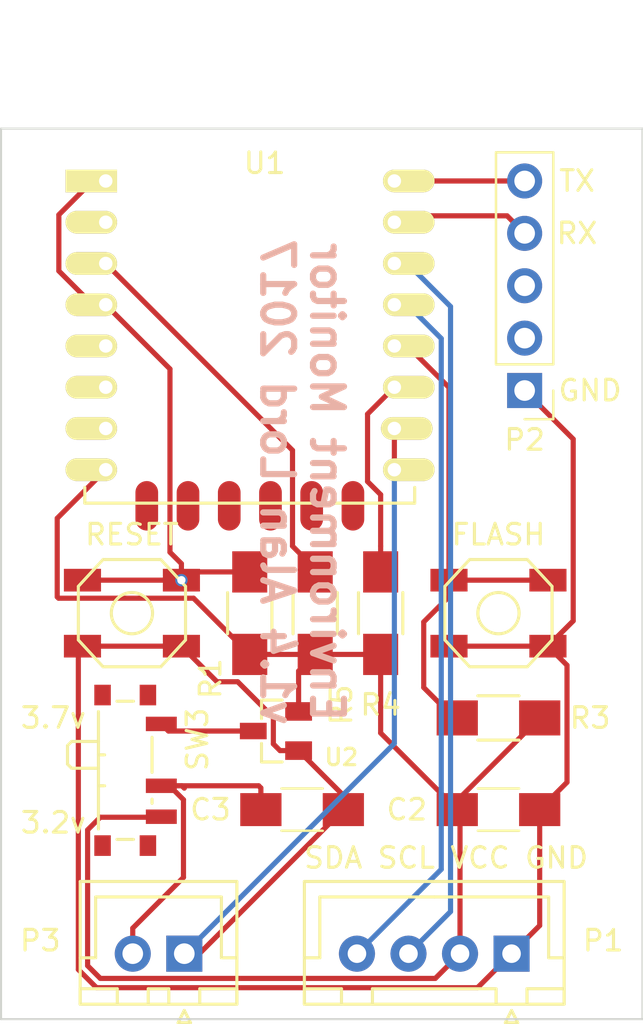
<source format=kicad_pcb>
(kicad_pcb (version 20171130) (host pcbnew "(5.1.12)-1")

  (general
    (thickness 1.6)
    (drawings 13)
    (tracks 109)
    (zones 0)
    (modules 14)
    (nets 13)
  )

  (page A4)
  (title_block
    (title "Environment Monitor")
    (date 2017-02-20)
    (rev V1.4)
    (company "Solderpad Hardware License version 0.51")
    (comment 1 "Contact: alanslists@gmail.com")
    (comment 2 "Author: Alan Lord")
  )

  (layers
    (0 F.Cu signal)
    (31 B.Cu signal)
    (32 B.Adhes user hide)
    (33 F.Adhes user hide)
    (34 B.Paste user hide)
    (35 F.Paste user hide)
    (36 B.SilkS user hide)
    (37 F.SilkS user hide)
    (38 B.Mask user hide)
    (39 F.Mask user hide)
    (40 Dwgs.User user hide)
    (41 Cmts.User user hide)
    (42 Eco1.User user hide)
    (43 Eco2.User user hide)
    (44 Edge.Cuts user)
    (45 Margin user hide)
    (46 B.CrtYd user hide)
    (47 F.CrtYd user hide)
    (48 B.Fab user hide)
    (49 F.Fab user hide)
  )

  (setup
    (last_trace_width 0.25)
    (trace_clearance 0.2)
    (zone_clearance 0.508)
    (zone_45_only yes)
    (trace_min 0.2)
    (via_size 0.6)
    (via_drill 0.4)
    (via_min_size 0.4)
    (via_min_drill 0.3)
    (uvia_size 0.3)
    (uvia_drill 0.1)
    (uvias_allowed no)
    (uvia_min_size 0.2)
    (uvia_min_drill 0.1)
    (edge_width 0.1)
    (segment_width 0.2)
    (pcb_text_width 0.3)
    (pcb_text_size 1.5 1.5)
    (mod_edge_width 0.15)
    (mod_text_size 1 1)
    (mod_text_width 0.15)
    (pad_size 1.5 1.5)
    (pad_drill 0.6)
    (pad_to_mask_clearance 0)
    (aux_axis_origin 0 0)
    (visible_elements 7FFFFFFF)
    (pcbplotparams
      (layerselection 0x00030_80000001)
      (usegerberextensions false)
      (usegerberattributes true)
      (usegerberadvancedattributes true)
      (creategerberjobfile true)
      (excludeedgelayer true)
      (linewidth 0.100000)
      (plotframeref false)
      (viasonmask false)
      (mode 1)
      (useauxorigin false)
      (hpglpennumber 1)
      (hpglpenspeed 20)
      (hpglpendiameter 15.000000)
      (psnegative false)
      (psa4output false)
      (plotreference true)
      (plotvalue true)
      (plotinvisibletext false)
      (padsonsilk false)
      (subtractmaskfromsilk false)
      (outputformat 1)
      (mirror false)
      (drillshape 1)
      (scaleselection 1)
      (outputdirectory ""))
  )

  (net 0 "")
  (net 1 GND)
  (net 2 VCC)
  (net 3 "Net-(C3-Pad1)")
  (net 4 /SCL)
  (net 5 /SDA)
  (net 6 /RXD)
  (net 7 /TXD)
  (net 8 "Net-(R1-Pad2)")
  (net 9 /FLASH)
  (net 10 "Net-(R4-Pad2)")
  (net 11 /CH_EN)
  (net 12 "Net-(SW3-Pad1)")

  (net_class Default "This is the default net class."
    (clearance 0.2)
    (trace_width 0.25)
    (via_dia 0.6)
    (via_drill 0.4)
    (uvia_dia 0.3)
    (uvia_drill 0.1)
    (add_net /CH_EN)
    (add_net /FLASH)
    (add_net /RXD)
    (add_net /SCL)
    (add_net /SDA)
    (add_net /TXD)
    (add_net GND)
    (add_net "Net-(C3-Pad1)")
    (add_net "Net-(R1-Pad2)")
    (add_net "Net-(R4-Pad2)")
    (add_net "Net-(SW3-Pad1)")
    (add_net VCC)
  )

  (module ESP8266:ESP-12E (layer F.Cu) (tedit 559F8D21) (tstamp 58838675)
    (at 123.19 76.2)
    (descr "Module, ESP-8266, ESP-12, 16 pad, SMD")
    (tags "Module ESP-8266 ESP8266")
    (path /5846AA2E)
    (fp_text reference U1 (at 7.7089 -0.8636) (layer F.SilkS)
      (effects (font (size 1 1) (thickness 0.15)))
    )
    (fp_text value ESP-12F (at 8 1) (layer F.Fab)
      (effects (font (size 1 1) (thickness 0.15)))
    )
    (fp_line (start -1.008 -8.4) (end 14.992 -8.4) (layer F.Fab) (width 0.05))
    (fp_line (start -1.008 15.6) (end -1.008 -8.4) (layer F.Fab) (width 0.05))
    (fp_line (start 14.992 15.6) (end -1.008 15.6) (layer F.Fab) (width 0.05))
    (fp_line (start 15 -8.4) (end 15 15.6) (layer F.Fab) (width 0.05))
    (fp_line (start -1.008 -2.6) (end 14.992 -2.6) (layer F.CrtYd) (width 0.1524))
    (fp_line (start -1.008 -8.4) (end 14.992 -2.6) (layer F.CrtYd) (width 0.1524))
    (fp_line (start 14.992 -8.4) (end -1.008 -2.6) (layer F.CrtYd) (width 0.1524))
    (fp_line (start 14.986 15.621) (end 14.986 14.859) (layer F.SilkS) (width 0.1524))
    (fp_line (start -1.016 15.621) (end 14.986 15.621) (layer F.SilkS) (width 0.1524))
    (fp_line (start -1.016 14.859) (end -1.016 15.621) (layer F.SilkS) (width 0.1524))
    (fp_line (start -1.016 -8.382) (end -1.016 -1.016) (layer F.CrtYd) (width 0.1524))
    (fp_line (start 14.986 -8.382) (end 14.986 -0.889) (layer F.CrtYd) (width 0.1524))
    (fp_line (start -1.016 -8.382) (end 14.986 -8.382) (layer F.CrtYd) (width 0.1524))
    (fp_line (start -2.25 16) (end -2.25 -0.5) (layer F.CrtYd) (width 0.05))
    (fp_line (start 16.25 16) (end -2.25 16) (layer F.CrtYd) (width 0.05))
    (fp_line (start 16.25 -8.75) (end 16.25 16) (layer F.CrtYd) (width 0.05))
    (fp_line (start 15.25 -8.75) (end 16.25 -8.75) (layer F.CrtYd) (width 0.05))
    (fp_line (start -2.25 -8.75) (end 15.25 -8.75) (layer F.CrtYd) (width 0.05))
    (fp_line (start -2.25 -0.5) (end -2.25 -8.75) (layer F.CrtYd) (width 0.05))
    (fp_text user "No Copper" (at 6.892 -5.4) (layer F.CrtYd)
      (effects (font (size 1 1) (thickness 0.15)))
    )
    (pad 1 thru_hole rect (at 0 0) (size 2.5 1.1) (drill 0.65 (offset -0.7 0)) (layers *.Cu *.Mask F.SilkS)
      (net 8 "Net-(R1-Pad2)"))
    (pad 2 thru_hole oval (at 0 2) (size 2.5 1.1) (drill 0.65 (offset -0.7 0)) (layers *.Cu *.Mask F.SilkS))
    (pad 3 thru_hole oval (at 0 4) (size 2.5 1.1) (drill 0.65 (offset -0.7 0)) (layers *.Cu *.Mask F.SilkS)
      (net 11 /CH_EN))
    (pad 4 thru_hole oval (at 0 6) (size 2.5 1.1) (drill 0.65 (offset -0.7 0)) (layers *.Cu *.Mask F.SilkS)
      (net 8 "Net-(R1-Pad2)"))
    (pad 5 thru_hole oval (at 0 8) (size 2.5 1.1) (drill 0.65 (offset -0.7 0)) (layers *.Cu *.Mask F.SilkS))
    (pad 6 thru_hole oval (at 0 10) (size 2.5 1.1) (drill 0.65 (offset -0.7 0)) (layers *.Cu *.Mask F.SilkS))
    (pad 7 thru_hole oval (at 0 12) (size 2.5 1.1) (drill 0.65 (offset -0.7 0)) (layers *.Cu *.Mask F.SilkS))
    (pad 8 thru_hole oval (at 0 14) (size 2.5 1.1) (drill 0.65 (offset -0.7 0)) (layers *.Cu *.Mask F.SilkS)
      (net 2 VCC))
    (pad 9 smd oval (at 1.99 15.75 90) (size 2.4 1.1) (layers F.Cu F.Paste F.Mask))
    (pad 10 smd oval (at 3.99 15.75 90) (size 2.4 1.1) (layers F.Cu F.Paste F.Mask))
    (pad 11 smd oval (at 5.99 15.75 90) (size 2.4 1.1) (layers F.Cu F.Paste F.Mask))
    (pad 12 smd oval (at 7.99 15.75 90) (size 2.4 1.1) (layers F.Cu F.Paste F.Mask))
    (pad 13 smd oval (at 9.99 15.75 90) (size 2.4 1.1) (layers F.Cu F.Paste F.Mask))
    (pad 14 smd oval (at 11.99 15.75 90) (size 2.4 1.1) (layers F.Cu F.Paste F.Mask))
    (pad 15 thru_hole oval (at 14 14) (size 2.5 1.1) (drill 0.65 (offset 0.7 0)) (layers *.Cu *.Mask F.SilkS)
      (net 1 GND))
    (pad 16 thru_hole oval (at 14 12) (size 2.5 1.1) (drill 0.65 (offset 0.6 0)) (layers *.Cu *.Mask F.SilkS)
      (net 1 GND))
    (pad 17 thru_hole oval (at 14 10) (size 2.5 1.1) (drill 0.65 (offset 0.7 0)) (layers *.Cu *.Mask F.SilkS)
      (net 10 "Net-(R4-Pad2)"))
    (pad 18 thru_hole oval (at 14 8) (size 2.5 1.1) (drill 0.65 (offset 0.7 0)) (layers *.Cu *.Mask F.SilkS)
      (net 9 /FLASH))
    (pad 19 thru_hole oval (at 14 6) (size 2.5 1.1) (drill 0.65 (offset 0.7 0)) (layers *.Cu *.Mask F.SilkS)
      (net 5 /SDA))
    (pad 20 thru_hole oval (at 14 4) (size 2.5 1.1) (drill 0.65 (offset 0.7 0)) (layers *.Cu *.Mask F.SilkS)
      (net 4 /SCL))
    (pad 21 thru_hole oval (at 14 2) (size 2.5 1.1) (drill 0.65 (offset 0.7 0)) (layers *.Cu *.Mask F.SilkS)
      (net 6 /RXD))
    (pad 22 thru_hole oval (at 14 0) (size 2.5 1.1) (drill 0.65 (offset 0.7 0)) (layers *.Cu *.Mask F.SilkS)
      (net 7 /TXD))
    (model ${ESPLIB}/ESP8266.3dshapes/ESP-12.wrl
      (offset (xyz 1.015999984741211 0 0))
      (scale (xyz 0.3937 0.3937 0.3937))
      (rotate (xyz 0 0 0))
    )
  )

  (module Capacitors_SMD:C_1206_HandSoldering (layer F.Cu) (tedit 58A9A9ED) (tstamp 58838615)
    (at 142.24 106.68)
    (descr "Capacitor SMD 1206, hand soldering")
    (tags "capacitor 1206")
    (path /5846BBC9)
    (attr smd)
    (fp_text reference C2 (at -4.445 0) (layer F.SilkS)
      (effects (font (size 1 1) (thickness 0.15)))
    )
    (fp_text value 10uF (at 0 2.3) (layer F.Fab) hide
      (effects (font (size 1 1) (thickness 0.15)))
    )
    (fp_line (start -1 1.025) (end 1 1.025) (layer F.SilkS) (width 0.12))
    (fp_line (start 1 -1.025) (end -1 -1.025) (layer F.SilkS) (width 0.12))
    (fp_line (start 3.3 -1.15) (end 3.3 1.15) (layer F.CrtYd) (width 0.05))
    (fp_line (start -3.3 -1.15) (end -3.3 1.15) (layer F.CrtYd) (width 0.05))
    (fp_line (start -3.3 1.15) (end 3.3 1.15) (layer F.CrtYd) (width 0.05))
    (fp_line (start -3.3 -1.15) (end 3.3 -1.15) (layer F.CrtYd) (width 0.05))
    (fp_line (start -1.6 -0.8) (end 1.6 -0.8) (layer F.Fab) (width 0.1))
    (fp_line (start 1.6 -0.8) (end 1.6 0.8) (layer F.Fab) (width 0.1))
    (fp_line (start 1.6 0.8) (end -1.6 0.8) (layer F.Fab) (width 0.1))
    (fp_line (start -1.6 0.8) (end -1.6 -0.8) (layer F.Fab) (width 0.1))
    (pad 1 smd rect (at -2 0) (size 2 1.6) (layers F.Cu F.Paste F.Mask)
      (net 2 VCC))
    (pad 2 smd rect (at 2 0) (size 2 1.6) (layers F.Cu F.Paste F.Mask)
      (net 1 GND))
    (model Capacitors_SMD.3dshapes/C_1206_HandSoldering.wrl
      (at (xyz 0 0 0))
      (scale (xyz 1 1 1))
      (rotate (xyz 0 0 0))
    )
  )

  (module Capacitors_SMD:C_1206_HandSoldering (layer F.Cu) (tedit 58A9A9E5) (tstamp 5883861B)
    (at 132.715 106.68)
    (descr "Capacitor SMD 1206, hand soldering")
    (tags "capacitor 1206")
    (path /5883AF7C)
    (attr smd)
    (fp_text reference C3 (at -4.445 0) (layer F.SilkS)
      (effects (font (size 1 1) (thickness 0.15)))
    )
    (fp_text value 1uF (at 0 2.3) (layer F.Fab) hide
      (effects (font (size 1 1) (thickness 0.15)))
    )
    (fp_line (start -1 1.025) (end 1 1.025) (layer F.SilkS) (width 0.12))
    (fp_line (start 1 -1.025) (end -1 -1.025) (layer F.SilkS) (width 0.12))
    (fp_line (start 3.3 -1.15) (end 3.3 1.15) (layer F.CrtYd) (width 0.05))
    (fp_line (start -3.3 -1.15) (end -3.3 1.15) (layer F.CrtYd) (width 0.05))
    (fp_line (start -3.3 1.15) (end 3.3 1.15) (layer F.CrtYd) (width 0.05))
    (fp_line (start -3.3 -1.15) (end 3.3 -1.15) (layer F.CrtYd) (width 0.05))
    (fp_line (start -1.6 -0.8) (end 1.6 -0.8) (layer F.Fab) (width 0.1))
    (fp_line (start 1.6 -0.8) (end 1.6 0.8) (layer F.Fab) (width 0.1))
    (fp_line (start 1.6 0.8) (end -1.6 0.8) (layer F.Fab) (width 0.1))
    (fp_line (start -1.6 0.8) (end -1.6 -0.8) (layer F.Fab) (width 0.1))
    (pad 1 smd rect (at -2 0) (size 2 1.6) (layers F.Cu F.Paste F.Mask)
      (net 3 "Net-(C3-Pad1)"))
    (pad 2 smd rect (at 2 0) (size 2 1.6) (layers F.Cu F.Paste F.Mask)
      (net 1 GND))
    (model Capacitors_SMD.3dshapes/C_1206_HandSoldering.wrl
      (at (xyz 0 0 0))
      (scale (xyz 1 1 1))
      (rotate (xyz 0 0 0))
    )
  )

  (module Connectors_JST:JST_XH_B04B-XH-A_04x2.50mm_Straight (layer F.Cu) (tedit 58A9FFBD) (tstamp 58838623)
    (at 142.875 113.665 180)
    (descr "JST XH series connector, B04B-XH-A, top entry type, through hole")
    (tags "connector jst xh tht top vertical 2.50mm")
    (path /5847C360)
    (fp_text reference P1 (at -4.445 0.635 180) (layer F.SilkS)
      (effects (font (size 1 1) (thickness 0.15)))
    )
    (fp_text value BME280 (at 3.75 4.5 180) (layer F.Fab) hide
      (effects (font (size 1 1) (thickness 0.15)))
    )
    (fp_line (start 0.3 -3.35) (end 0 -2.75) (layer F.SilkS) (width 0.15))
    (fp_line (start -0.3 -3.35) (end 0.3 -3.35) (layer F.SilkS) (width 0.15))
    (fp_line (start 0 -2.75) (end -0.3 -3.35) (layer F.SilkS) (width 0.15))
    (fp_line (start 9.3 2.75) (end 3.75 2.75) (layer F.SilkS) (width 0.15))
    (fp_line (start 9.3 -0.2) (end 9.3 2.75) (layer F.SilkS) (width 0.15))
    (fp_line (start 10.05 -0.2) (end 9.3 -0.2) (layer F.SilkS) (width 0.15))
    (fp_line (start -1.8 2.75) (end 3.75 2.75) (layer F.SilkS) (width 0.15))
    (fp_line (start -1.8 -0.2) (end -1.8 2.75) (layer F.SilkS) (width 0.15))
    (fp_line (start -2.55 -0.2) (end -1.8 -0.2) (layer F.SilkS) (width 0.15))
    (fp_line (start 10.05 -2.45) (end 8.25 -2.45) (layer F.SilkS) (width 0.15))
    (fp_line (start 10.05 -1.7) (end 10.05 -2.45) (layer F.SilkS) (width 0.15))
    (fp_line (start 8.25 -1.7) (end 10.05 -1.7) (layer F.SilkS) (width 0.15))
    (fp_line (start 8.25 -2.45) (end 8.25 -1.7) (layer F.SilkS) (width 0.15))
    (fp_line (start -0.75 -2.45) (end -2.55 -2.45) (layer F.SilkS) (width 0.15))
    (fp_line (start -0.75 -1.7) (end -0.75 -2.45) (layer F.SilkS) (width 0.15))
    (fp_line (start -2.55 -1.7) (end -0.75 -1.7) (layer F.SilkS) (width 0.15))
    (fp_line (start -2.55 -2.45) (end -2.55 -1.7) (layer F.SilkS) (width 0.15))
    (fp_line (start 6.75 -2.45) (end 0.75 -2.45) (layer F.SilkS) (width 0.15))
    (fp_line (start 6.75 -1.7) (end 6.75 -2.45) (layer F.SilkS) (width 0.15))
    (fp_line (start 0.75 -1.7) (end 6.75 -1.7) (layer F.SilkS) (width 0.15))
    (fp_line (start 0.75 -2.45) (end 0.75 -1.7) (layer F.SilkS) (width 0.15))
    (fp_line (start 10.05 -2.45) (end -2.55 -2.45) (layer F.SilkS) (width 0.15))
    (fp_line (start 10.05 3.5) (end 10.05 -2.45) (layer F.SilkS) (width 0.15))
    (fp_line (start -2.55 3.5) (end 10.05 3.5) (layer F.SilkS) (width 0.15))
    (fp_line (start -2.55 -2.45) (end -2.55 3.5) (layer F.SilkS) (width 0.15))
    (fp_line (start 10.4 -2.85) (end -2.95 -2.85) (layer F.CrtYd) (width 0.05))
    (fp_line (start 10.4 3.9) (end 10.4 -2.85) (layer F.CrtYd) (width 0.05))
    (fp_line (start -2.95 3.9) (end 10.4 3.9) (layer F.CrtYd) (width 0.05))
    (fp_line (start -2.95 -2.85) (end -2.95 3.9) (layer F.CrtYd) (width 0.05))
    (pad 1 thru_hole rect (at 0 0 180) (size 1.75 1.75) (drill 0.9) (layers *.Cu *.Mask)
      (net 1 GND))
    (pad 2 thru_hole circle (at 2.5 0 180) (size 1.75 1.75) (drill 0.9) (layers *.Cu *.Mask)
      (net 2 VCC))
    (pad 3 thru_hole circle (at 5 0 180) (size 1.75 1.75) (drill 0.9) (layers *.Cu *.Mask)
      (net 4 /SCL))
    (pad 4 thru_hole circle (at 7.5 0 180) (size 1.75 1.75) (drill 0.9) (layers *.Cu *.Mask)
      (net 5 /SDA))
    (model Connectors_JST.3dshapes/JST_XH_B04B-XH-A_04x2.50mm_Straight.wrl
      (at (xyz 0 0 0))
      (scale (xyz 1 1 1))
      (rotate (xyz 0 0 0))
    )
  )

  (module Connectors_JST:JST_XH_B02B-XH-A_02x2.50mm_Straight (layer F.Cu) (tedit 58A9FFB8) (tstamp 58838633)
    (at 127 113.665 180)
    (descr "JST XH series connector, B02B-XH-A, top entry type, through hole")
    (tags "connector jst xh tht top vertical 2.50mm")
    (path /58475CBA)
    (fp_text reference P3 (at 6.985 0.635 180) (layer F.SilkS)
      (effects (font (size 1 1) (thickness 0.15)))
    )
    (fp_text value PWR (at 1.25 4.5 180) (layer F.Fab) hide
      (effects (font (size 1 1) (thickness 0.15)))
    )
    (fp_line (start 0.3 -3.35) (end 0 -2.75) (layer F.SilkS) (width 0.15))
    (fp_line (start -0.3 -3.35) (end 0.3 -3.35) (layer F.SilkS) (width 0.15))
    (fp_line (start 0 -2.75) (end -0.3 -3.35) (layer F.SilkS) (width 0.15))
    (fp_line (start 4.3 2.75) (end 1.25 2.75) (layer F.SilkS) (width 0.15))
    (fp_line (start 4.3 -0.2) (end 4.3 2.75) (layer F.SilkS) (width 0.15))
    (fp_line (start 5.05 -0.2) (end 4.3 -0.2) (layer F.SilkS) (width 0.15))
    (fp_line (start -1.8 2.75) (end 1.25 2.75) (layer F.SilkS) (width 0.15))
    (fp_line (start -1.8 -0.2) (end -1.8 2.75) (layer F.SilkS) (width 0.15))
    (fp_line (start -2.55 -0.2) (end -1.8 -0.2) (layer F.SilkS) (width 0.15))
    (fp_line (start 5.05 -2.45) (end 3.25 -2.45) (layer F.SilkS) (width 0.15))
    (fp_line (start 5.05 -1.7) (end 5.05 -2.45) (layer F.SilkS) (width 0.15))
    (fp_line (start 3.25 -1.7) (end 5.05 -1.7) (layer F.SilkS) (width 0.15))
    (fp_line (start 3.25 -2.45) (end 3.25 -1.7) (layer F.SilkS) (width 0.15))
    (fp_line (start -0.75 -2.45) (end -2.55 -2.45) (layer F.SilkS) (width 0.15))
    (fp_line (start -0.75 -1.7) (end -0.75 -2.45) (layer F.SilkS) (width 0.15))
    (fp_line (start -2.55 -1.7) (end -0.75 -1.7) (layer F.SilkS) (width 0.15))
    (fp_line (start -2.55 -2.45) (end -2.55 -1.7) (layer F.SilkS) (width 0.15))
    (fp_line (start 1.75 -2.45) (end 0.75 -2.45) (layer F.SilkS) (width 0.15))
    (fp_line (start 1.75 -1.7) (end 1.75 -2.45) (layer F.SilkS) (width 0.15))
    (fp_line (start 0.75 -1.7) (end 1.75 -1.7) (layer F.SilkS) (width 0.15))
    (fp_line (start 0.75 -2.45) (end 0.75 -1.7) (layer F.SilkS) (width 0.15))
    (fp_line (start 5.05 -2.45) (end -2.55 -2.45) (layer F.SilkS) (width 0.15))
    (fp_line (start 5.05 3.5) (end 5.05 -2.45) (layer F.SilkS) (width 0.15))
    (fp_line (start -2.55 3.5) (end 5.05 3.5) (layer F.SilkS) (width 0.15))
    (fp_line (start -2.55 -2.45) (end -2.55 3.5) (layer F.SilkS) (width 0.15))
    (fp_line (start 5.45 -2.85) (end -2.95 -2.85) (layer F.CrtYd) (width 0.05))
    (fp_line (start 5.45 3.9) (end 5.45 -2.85) (layer F.CrtYd) (width 0.05))
    (fp_line (start -2.95 3.9) (end 5.45 3.9) (layer F.CrtYd) (width 0.05))
    (fp_line (start -2.95 -2.85) (end -2.95 3.9) (layer F.CrtYd) (width 0.05))
    (pad 1 thru_hole rect (at 0 0 180) (size 1.75 1.75) (drill 1) (layers *.Cu *.Mask)
      (net 1 GND))
    (pad 2 thru_hole circle (at 2.5 0 180) (size 1.75 1.75) (drill 1) (layers *.Cu *.Mask)
      (net 3 "Net-(C3-Pad1)"))
    (model Connectors_JST.3dshapes/JST_XH_B02B-XH-A_02x2.50mm_Straight.wrl
      (at (xyz 0 0 0))
      (scale (xyz 1 1 1))
      (rotate (xyz 0 0 0))
    )
  )

  (module Resistors_SMD:R_1206_HandSoldering (layer F.Cu) (tedit 58AB325A) (tstamp 58838639)
    (at 130.175 97.155 90)
    (descr "Resistor SMD 1206, hand soldering")
    (tags "resistor 1206")
    (path /5846BA46)
    (attr smd)
    (fp_text reference R1 (at -3.175 -1.905 90) (layer F.SilkS)
      (effects (font (size 1 1) (thickness 0.15)))
    )
    (fp_text value 4.7k (at 0 2.3 90) (layer F.Fab) hide
      (effects (font (size 1 1) (thickness 0.15)))
    )
    (fp_line (start -1 -1.075) (end 1 -1.075) (layer F.SilkS) (width 0.15))
    (fp_line (start 1 1.075) (end -1 1.075) (layer F.SilkS) (width 0.15))
    (fp_line (start 3.3 -1.2) (end 3.3 1.2) (layer F.CrtYd) (width 0.05))
    (fp_line (start -3.3 -1.2) (end -3.3 1.2) (layer F.CrtYd) (width 0.05))
    (fp_line (start -3.3 1.2) (end 3.3 1.2) (layer F.CrtYd) (width 0.05))
    (fp_line (start -3.3 -1.2) (end 3.3 -1.2) (layer F.CrtYd) (width 0.05))
    (fp_line (start -1.6 -0.8) (end 1.6 -0.8) (layer F.Fab) (width 0.1))
    (fp_line (start 1.6 -0.8) (end 1.6 0.8) (layer F.Fab) (width 0.1))
    (fp_line (start 1.6 0.8) (end -1.6 0.8) (layer F.Fab) (width 0.1))
    (fp_line (start -1.6 0.8) (end -1.6 -0.8) (layer F.Fab) (width 0.1))
    (pad 1 smd rect (at -2 0 90) (size 2 1.7) (layers F.Cu F.Paste F.Mask)
      (net 2 VCC))
    (pad 2 smd rect (at 2 0 90) (size 2 1.7) (layers F.Cu F.Paste F.Mask)
      (net 8 "Net-(R1-Pad2)"))
    (model Resistors_SMD.3dshapes/R_1206_HandSoldering.wrl
      (at (xyz 0 0 0))
      (scale (xyz 1 1 1))
      (rotate (xyz 0 0 0))
    )
  )

  (module Resistors_SMD:R_1206_HandSoldering (layer F.Cu) (tedit 58AB3224) (tstamp 58838645)
    (at 142.24 102.235 180)
    (descr "Resistor SMD 1206, hand soldering")
    (tags "resistor 1206")
    (path /5846BADA)
    (attr smd)
    (fp_text reference R3 (at -4.445 0) (layer F.SilkS)
      (effects (font (size 1 1) (thickness 0.15)))
    )
    (fp_text value 4.7k (at 0 2.3 180) (layer F.Fab) hide
      (effects (font (size 1 1) (thickness 0.15)))
    )
    (fp_line (start -1 -1.075) (end 1 -1.075) (layer F.SilkS) (width 0.15))
    (fp_line (start 1 1.075) (end -1 1.075) (layer F.SilkS) (width 0.15))
    (fp_line (start 3.3 -1.2) (end 3.3 1.2) (layer F.CrtYd) (width 0.05))
    (fp_line (start -3.3 -1.2) (end -3.3 1.2) (layer F.CrtYd) (width 0.05))
    (fp_line (start -3.3 1.2) (end 3.3 1.2) (layer F.CrtYd) (width 0.05))
    (fp_line (start -3.3 -1.2) (end 3.3 -1.2) (layer F.CrtYd) (width 0.05))
    (fp_line (start -1.6 -0.8) (end 1.6 -0.8) (layer F.Fab) (width 0.1))
    (fp_line (start 1.6 -0.8) (end 1.6 0.8) (layer F.Fab) (width 0.1))
    (fp_line (start 1.6 0.8) (end -1.6 0.8) (layer F.Fab) (width 0.1))
    (fp_line (start -1.6 0.8) (end -1.6 -0.8) (layer F.Fab) (width 0.1))
    (pad 1 smd rect (at -2 0 180) (size 2 1.7) (layers F.Cu F.Paste F.Mask)
      (net 2 VCC))
    (pad 2 smd rect (at 2 0 180) (size 2 1.7) (layers F.Cu F.Paste F.Mask)
      (net 9 /FLASH))
    (model Resistors_SMD.3dshapes/R_1206_HandSoldering.wrl
      (at (xyz 0 0 0))
      (scale (xyz 1 1 1))
      (rotate (xyz 0 0 0))
    )
  )

  (module Resistors_SMD:R_1206_HandSoldering (layer F.Cu) (tedit 58AB3228) (tstamp 5883864B)
    (at 136.525 97.155 90)
    (descr "Resistor SMD 1206, hand soldering")
    (tags "resistor 1206")
    (path /587D4AC7)
    (attr smd)
    (fp_text reference R4 (at -4.445 0 180) (layer F.SilkS)
      (effects (font (size 1 1) (thickness 0.15)))
    )
    (fp_text value 4.7k (at 0 2.3 90) (layer F.Fab) hide
      (effects (font (size 1 1) (thickness 0.15)))
    )
    (fp_line (start -1 -1.075) (end 1 -1.075) (layer F.SilkS) (width 0.15))
    (fp_line (start 1 1.075) (end -1 1.075) (layer F.SilkS) (width 0.15))
    (fp_line (start 3.3 -1.2) (end 3.3 1.2) (layer F.CrtYd) (width 0.05))
    (fp_line (start -3.3 -1.2) (end -3.3 1.2) (layer F.CrtYd) (width 0.05))
    (fp_line (start -3.3 1.2) (end 3.3 1.2) (layer F.CrtYd) (width 0.05))
    (fp_line (start -3.3 -1.2) (end 3.3 -1.2) (layer F.CrtYd) (width 0.05))
    (fp_line (start -1.6 -0.8) (end 1.6 -0.8) (layer F.Fab) (width 0.1))
    (fp_line (start 1.6 -0.8) (end 1.6 0.8) (layer F.Fab) (width 0.1))
    (fp_line (start 1.6 0.8) (end -1.6 0.8) (layer F.Fab) (width 0.1))
    (fp_line (start -1.6 0.8) (end -1.6 -0.8) (layer F.Fab) (width 0.1))
    (pad 1 smd rect (at -2 0 90) (size 2 1.7) (layers F.Cu F.Paste F.Mask)
      (net 2 VCC))
    (pad 2 smd rect (at 2 0 90) (size 2 1.7) (layers F.Cu F.Paste F.Mask)
      (net 10 "Net-(R4-Pad2)"))
    (model Resistors_SMD.3dshapes/R_1206_HandSoldering.wrl
      (at (xyz 0 0 0))
      (scale (xyz 1 1 1))
      (rotate (xyz 0 0 0))
    )
  )

  (module switches:SKQGAFE010_Switch (layer F.Cu) (tedit 58AB2C21) (tstamp 58838653)
    (at 124.46 97.155 180)
    (descr "SKQGAFE010 SMD Mount Tactile Switch")
    (path /584BD18E)
    (attr smd)
    (fp_text reference SW1 (at 0 3.81 180) (layer F.SilkS) hide
      (effects (font (size 1 1) (thickness 0.15)))
    )
    (fp_text value RESET (at 0 3.81 180) (layer F.SilkS)
      (effects (font (size 1 1) (thickness 0.15)))
    )
    (fp_circle (center 0 0) (end 1 0) (layer F.SilkS) (width 0.15))
    (fp_line (start 1.4 2.6) (end -1.4 2.6) (layer F.SilkS) (width 0.15))
    (fp_line (start 1.4 -2.6) (end -1.4 -2.6) (layer F.SilkS) (width 0.15))
    (fp_line (start 2.6 1.3) (end 2.6 -1.3) (layer F.SilkS) (width 0.15))
    (fp_line (start -2.6 1.3) (end -2.6 -1.3) (layer F.SilkS) (width 0.15))
    (fp_line (start -1.4 -2.6) (end -2.6 -1.3) (layer F.SilkS) (width 0.15))
    (fp_line (start 2.6 1.3) (end 1.4 2.6) (layer F.SilkS) (width 0.15))
    (fp_line (start 1.4 -2.6) (end 2.6 -1.3) (layer F.SilkS) (width 0.15))
    (fp_line (start -2.6 1.3) (end -1.4 2.6) (layer F.SilkS) (width 0.15))
    (pad 3 smd rect (at -2.4 1.6 180) (size 1.8 1.1) (layers F.Cu F.Paste F.Mask)
      (net 8 "Net-(R1-Pad2)"))
    (pad 1 smd rect (at -2.4 -1.6 180) (size 1.8 1.1) (layers F.Cu F.Paste F.Mask)
      (net 1 GND))
    (pad 2 smd rect (at 2.4 -1.6 180) (size 1.8 1.1) (layers F.Cu F.Paste F.Mask)
      (net 1 GND))
    (pad 4 smd rect (at 2.4 1.6 180) (size 1.8 1.1) (layers F.Cu F.Paste F.Mask)
      (net 8 "Net-(R1-Pad2)"))
  )

  (module switches:SKQGAFE010_Switch (layer F.Cu) (tedit 58AB2AA5) (tstamp 5883865B)
    (at 142.24 97.155)
    (descr "SKQGAFE010 SMD Mount Tactile Switch")
    (path /584BE1E9)
    (attr smd)
    (fp_text reference SW2 (at 0 3.81) (layer F.SilkS) hide
      (effects (font (size 1 1) (thickness 0.15)))
    )
    (fp_text value FLASH (at 0 -3.81) (layer F.SilkS)
      (effects (font (size 1 1) (thickness 0.15)))
    )
    (fp_circle (center 0 0) (end 1 0) (layer F.SilkS) (width 0.15))
    (fp_line (start 1.4 2.6) (end -1.4 2.6) (layer F.SilkS) (width 0.15))
    (fp_line (start 1.4 -2.6) (end -1.4 -2.6) (layer F.SilkS) (width 0.15))
    (fp_line (start 2.6 1.3) (end 2.6 -1.3) (layer F.SilkS) (width 0.15))
    (fp_line (start -2.6 1.3) (end -2.6 -1.3) (layer F.SilkS) (width 0.15))
    (fp_line (start -1.4 -2.6) (end -2.6 -1.3) (layer F.SilkS) (width 0.15))
    (fp_line (start 2.6 1.3) (end 1.4 2.6) (layer F.SilkS) (width 0.15))
    (fp_line (start 1.4 -2.6) (end 2.6 -1.3) (layer F.SilkS) (width 0.15))
    (fp_line (start -2.6 1.3) (end -1.4 2.6) (layer F.SilkS) (width 0.15))
    (pad 3 smd rect (at -2.4 1.6) (size 1.8 1.1) (layers F.Cu F.Paste F.Mask)
      (net 1 GND))
    (pad 1 smd rect (at -2.4 -1.6) (size 1.8 1.1) (layers F.Cu F.Paste F.Mask)
      (net 9 /FLASH))
    (pad 2 smd rect (at 2.4 -1.6) (size 1.8 1.1) (layers F.Cu F.Paste F.Mask)
      (net 9 /FLASH))
    (pad 4 smd rect (at 2.4 1.6) (size 1.8 1.1) (layers F.Cu F.Paste F.Mask)
      (net 1 GND))
  )

  (module smd-semi:SOT-23 (layer F.Cu) (tedit 58AB3251) (tstamp 5883867C)
    (at 131.445 102.87 180)
    (path /586AB742)
    (attr smd)
    (fp_text reference U2 (at -3.175 -1.27 180) (layer F.SilkS)
      (effects (font (size 0.8 0.8) (thickness 0.15)))
    )
    (fp_text value MCP1700T (at 0 0 180) (layer F.Fab) hide
      (effects (font (size 0.8 0.8) (thickness 0.15)))
    )
    (fp_line (start -0.7 1.5) (end -0.7 -1.5) (layer F.Fab) (width 0.15))
    (fp_line (start 0.7 1.5) (end -0.7 1.5) (layer F.Fab) (width 0.15))
    (fp_line (start 0.7 -1.5) (end 0.7 1.5) (layer F.Fab) (width 0.15))
    (fp_line (start -0.7 -1.5) (end 0.7 -1.5) (layer F.Fab) (width 0.15))
    (fp_line (start 0.7 -1.5) (end 0.7 -0.6) (layer F.SilkS) (width 0.15))
    (fp_line (start -0.3 -1.5) (end 0.7 -1.5) (layer F.SilkS) (width 0.15))
    (fp_line (start 0.7 1.5) (end -0.3 1.5) (layer F.SilkS) (width 0.15))
    (fp_line (start 0.7 0.6) (end 0.7 1.5) (layer F.SilkS) (width 0.15))
    (fp_line (start -2 1.75) (end -2 -1.75) (layer F.CrtYd) (width 0.15))
    (fp_line (start 2 1.75) (end -2 1.75) (layer F.CrtYd) (width 0.15))
    (fp_line (start 2 -1.75) (end 2 1.75) (layer F.CrtYd) (width 0.15))
    (fp_line (start -2 -1.75) (end 2 -1.75) (layer F.CrtYd) (width 0.15))
    (pad 1 smd rect (at -1.1 -0.95 180) (size 1.3 0.9) (layers F.Cu F.Paste F.Mask)
      (net 1 GND))
    (pad 2 smd rect (at -1.1 0.95 180) (size 1.3 0.9) (layers F.Cu F.Paste F.Mask)
      (net 2 VCC))
    (pad 3 smd rect (at 1.1 0 180) (size 1.3 0.8) (layers F.Cu F.Paste F.Mask)
      (net 12 "Net-(SW3-Pad1)"))
    (model smd_trans/sot23.wrl
      (at (xyz 0 0 0))
      (scale (xyz 1 1 1))
      (rotate (xyz 0 0 90))
    )
  )

  (module Resistors_SMD:R_1206_HandSoldering (layer F.Cu) (tedit 58AB324C) (tstamp 58A9A8F7)
    (at 133.35 97.155 90)
    (descr "Resistor SMD 1206, hand soldering")
    (tags "resistor 1206")
    (path /58A9C056)
    (attr smd)
    (fp_text reference R5 (at -4.445 1.27 90) (layer F.SilkS)
      (effects (font (size 1 1) (thickness 0.15)))
    )
    (fp_text value 4.7k (at 0 2.3 90) (layer F.Fab) hide
      (effects (font (size 1 1) (thickness 0.15)))
    )
    (fp_line (start -1 -1.075) (end 1 -1.075) (layer F.SilkS) (width 0.15))
    (fp_line (start 1 1.075) (end -1 1.075) (layer F.SilkS) (width 0.15))
    (fp_line (start 3.3 -1.2) (end 3.3 1.2) (layer F.CrtYd) (width 0.05))
    (fp_line (start -3.3 -1.2) (end -3.3 1.2) (layer F.CrtYd) (width 0.05))
    (fp_line (start -3.3 1.2) (end 3.3 1.2) (layer F.CrtYd) (width 0.05))
    (fp_line (start -3.3 -1.2) (end 3.3 -1.2) (layer F.CrtYd) (width 0.05))
    (fp_line (start -1.6 -0.8) (end 1.6 -0.8) (layer F.Fab) (width 0.1))
    (fp_line (start 1.6 -0.8) (end 1.6 0.8) (layer F.Fab) (width 0.1))
    (fp_line (start 1.6 0.8) (end -1.6 0.8) (layer F.Fab) (width 0.1))
    (fp_line (start -1.6 0.8) (end -1.6 -0.8) (layer F.Fab) (width 0.1))
    (pad 1 smd rect (at -2 0 90) (size 2 1.7) (layers F.Cu F.Paste F.Mask)
      (net 2 VCC))
    (pad 2 smd rect (at 2 0 90) (size 2 1.7) (layers F.Cu F.Paste F.Mask)
      (net 11 /CH_EN))
    (model Resistors_SMD.3dshapes/R_1206_HandSoldering.wrl
      (at (xyz 0 0 0))
      (scale (xyz 1 1 1))
      (rotate (xyz 0 0 0))
    )
  )

  (module switches:SW_SPDT_PCM12 (layer F.Cu) (tedit 58A9F962) (tstamp 58A9A904)
    (at 124.46 104.775 270)
    (descr "Ultraminiature Surface Mount Slide Switch")
    (path /58A9F6E0)
    (attr smd)
    (fp_text reference SW3 (at -1.5 -3.175 270) (layer F.SilkS)
      (effects (font (size 1 1) (thickness 0.15)))
    )
    (fp_text value Switch_SPDT_x2 (at 0 4.25 270) (layer F.Fab) hide
      (effects (font (size 1 1) (thickness 0.15)))
    )
    (fp_line (start 3.35 0.725) (end 3.35 -0.075) (layer F.SilkS) (width 0.15))
    (fp_line (start -3.35 -0.075) (end -3.35 0.725) (layer F.SilkS) (width 0.15))
    (fp_line (start -1.6 -0.975) (end 0.1 -0.975) (layer F.SilkS) (width 0.15))
    (fp_line (start -2.85 1.625) (end 2.85 1.625) (layer F.SilkS) (width 0.15))
    (fp_line (start -0.1 2.925) (end -0.1 1.625) (layer F.SilkS) (width 0.15))
    (fp_line (start -1.2 3.125) (end -0.3 3.125) (layer F.SilkS) (width 0.15))
    (fp_line (start -1.4 1.625) (end -1.4 2.925) (layer F.SilkS) (width 0.15))
    (fp_line (start -0.1 2.925) (end -0.3 3.125) (layer F.SilkS) (width 0.15))
    (fp_line (start -1.4 2.925) (end -1.2 3.125) (layer F.SilkS) (width 0.15))
    (fp_line (start -4.4 2.1) (end -4.4 -2.45) (layer F.CrtYd) (width 0.05))
    (fp_line (start -1.65 2.1) (end -4.4 2.1) (layer F.CrtYd) (width 0.05))
    (fp_line (start -1.65 3.4) (end -1.65 2.1) (layer F.CrtYd) (width 0.05))
    (fp_line (start 1.65 3.4) (end -1.65 3.4) (layer F.CrtYd) (width 0.05))
    (fp_line (start 1.65 2.1) (end 1.65 3.4) (layer F.CrtYd) (width 0.05))
    (fp_line (start 4.4 2.1) (end 1.65 2.1) (layer F.CrtYd) (width 0.05))
    (fp_line (start 4.4 -2.45) (end 4.4 2.1) (layer F.CrtYd) (width 0.05))
    (fp_line (start -4.4 -2.45) (end 4.4 -2.45) (layer F.CrtYd) (width 0.05))
    (fp_line (start 1.4 -0.975) (end 1.6 -0.975) (layer F.SilkS) (width 0.15))
    (fp_line (start -0.75 1.325) (end -0.75 1.625) (layer F.SilkS) (width 0.15))
    (fp_line (start 0.75 1.325) (end 0.75 1.625) (layer F.SilkS) (width 0.15))
    (pad "" np_thru_hole circle (at -1.5 0.325 270) (size 0.9 0.9) (drill 0.9) (layers *.Cu *.Mask))
    (pad "" np_thru_hole circle (at 1.5 0.325 270) (size 0.9 0.9) (drill 0.9) (layers *.Cu *.Mask))
    (pad 1 smd rect (at -2.25 -1.425 270) (size 0.7 1.5) (layers F.Cu F.Paste F.Mask)
      (net 12 "Net-(SW3-Pad1)"))
    (pad 2 smd rect (at 0.75 -1.425 270) (size 0.7 1.5) (layers F.Cu F.Paste F.Mask)
      (net 3 "Net-(C3-Pad1)"))
    (pad 3 smd rect (at 2.25 -1.425 270) (size 0.7 1.5) (layers F.Cu F.Paste F.Mask)
      (net 2 VCC))
    (pad "" smd rect (at -3.65 1.425 270) (size 1 0.8) (layers F.Cu F.Paste F.Mask))
    (pad "" smd rect (at 3.65 1.425 270) (size 1 0.8) (layers F.Cu F.Paste F.Mask))
    (pad "" smd rect (at 3.65 -0.775 270) (size 1 0.8) (layers F.Cu F.Paste F.Mask))
    (pad "" smd rect (at -3.65 -0.775 270) (size 1 0.8) (layers F.Cu F.Paste F.Mask))
  )

  (module Pin_Headers:Pin_Header_Straight_1x05_Pitch2.54mm (layer F.Cu) (tedit 58A9F7F5) (tstamp 58A9F81A)
    (at 143.51 86.36 180)
    (descr "Through hole straight pin header, 1x05, 2.54mm pitch, single row")
    (tags "Through hole pin header THT 1x05 2.54mm single row")
    (path /58AA061D)
    (fp_text reference P2 (at 0 -2.39 180) (layer F.SilkS)
      (effects (font (size 1 1) (thickness 0.15)))
    )
    (fp_text value SERIAL (at 0 12.55 180) (layer F.Fab) hide
      (effects (font (size 1 1) (thickness 0.15)))
    )
    (fp_line (start 1.6 -1.6) (end -1.6 -1.6) (layer F.CrtYd) (width 0.05))
    (fp_line (start 1.6 11.7) (end 1.6 -1.6) (layer F.CrtYd) (width 0.05))
    (fp_line (start -1.6 11.7) (end 1.6 11.7) (layer F.CrtYd) (width 0.05))
    (fp_line (start -1.6 -1.6) (end -1.6 11.7) (layer F.CrtYd) (width 0.05))
    (fp_line (start -1.39 -1.39) (end 0 -1.39) (layer F.SilkS) (width 0.12))
    (fp_line (start -1.39 0) (end -1.39 -1.39) (layer F.SilkS) (width 0.12))
    (fp_line (start 1.39 1.27) (end -1.39 1.27) (layer F.SilkS) (width 0.12))
    (fp_line (start 1.39 11.55) (end 1.39 1.27) (layer F.SilkS) (width 0.12))
    (fp_line (start -1.39 11.55) (end 1.39 11.55) (layer F.SilkS) (width 0.12))
    (fp_line (start -1.39 1.27) (end -1.39 11.55) (layer F.SilkS) (width 0.12))
    (fp_line (start 1.27 -1.27) (end -1.27 -1.27) (layer F.Fab) (width 0.1))
    (fp_line (start 1.27 11.43) (end 1.27 -1.27) (layer F.Fab) (width 0.1))
    (fp_line (start -1.27 11.43) (end 1.27 11.43) (layer F.Fab) (width 0.1))
    (fp_line (start -1.27 -1.27) (end -1.27 11.43) (layer F.Fab) (width 0.1))
    (pad 1 thru_hole rect (at 0 0 180) (size 1.7 1.7) (drill 1) (layers *.Cu *.Mask)
      (net 1 GND))
    (pad 2 thru_hole oval (at 0 2.54 180) (size 1.7 1.7) (drill 1) (layers *.Cu *.Mask))
    (pad 3 thru_hole oval (at 0 5.08 180) (size 1.7 1.7) (drill 1) (layers *.Cu *.Mask))
    (pad 4 thru_hole oval (at 0 7.62 180) (size 1.7 1.7) (drill 1) (layers *.Cu *.Mask)
      (net 6 /RXD))
    (pad 5 thru_hole oval (at 0 10.16 180) (size 1.7 1.7) (drill 1) (layers *.Cu *.Mask)
      (net 7 /TXD))
    (model Pin_Headers.3dshapes/Pin_Header_Straight_1x05_Pitch2.54mm.wrl
      (offset (xyz 0 -5.079999923706055 0))
      (scale (xyz 1 1 1))
      (rotate (xyz 0 0 90))
    )
  )

  (dimension 43.18 (width 0.3) (layer Dwgs.User)
    (gr_text "43.180 mm" (at 154.86 95.25 270) (layer Dwgs.User)
      (effects (font (size 1.5 1.5) (thickness 0.3)))
    )
    (feature1 (pts (xy 162.56 116.84) (xy 153.51 116.84)))
    (feature2 (pts (xy 162.56 73.66) (xy 153.51 73.66)))
    (crossbar (pts (xy 156.21 73.66) (xy 156.21 116.84)))
    (arrow1a (pts (xy 156.21 116.84) (xy 155.623579 115.713496)))
    (arrow1b (pts (xy 156.21 116.84) (xy 156.796421 115.713496)))
    (arrow2a (pts (xy 156.21 73.66) (xy 155.623579 74.786504)))
    (arrow2b (pts (xy 156.21 73.66) (xy 156.796421 74.786504)))
  )
  (dimension 31.115 (width 0.3) (layer Dwgs.User)
    (gr_text "31.115 mm" (at 133.6675 64.215) (layer Dwgs.User)
      (effects (font (size 1.5 1.5) (thickness 0.3)))
    )
    (feature1 (pts (xy 149.225 60.96) (xy 149.225 65.565)))
    (feature2 (pts (xy 118.11 60.96) (xy 118.11 65.565)))
    (crossbar (pts (xy 118.11 62.865) (xy 149.225 62.865)))
    (arrow1a (pts (xy 149.225 62.865) (xy 148.098496 63.451421)))
    (arrow1b (pts (xy 149.225 62.865) (xy 148.098496 62.278579)))
    (arrow2a (pts (xy 118.11 62.865) (xy 119.236504 63.451421)))
    (arrow2b (pts (xy 118.11 62.865) (xy 119.236504 62.278579)))
  )
  (gr_line (start 118.11 116.84) (end 118.11 73.66) (layer Edge.Cuts) (width 0.1))
  (gr_line (start 149.225 73.66) (end 149.225 116.84) (layer Edge.Cuts) (width 0.1))
  (gr_line (start 149.225 116.84) (end 118.11 116.84) (layer Edge.Cuts) (width 0.1))
  (gr_line (start 149.225 73.66) (end 118.11 73.66) (layer Edge.Cuts) (width 0.1))
  (gr_text "Environment Monitor\nv1.4 Alan Lord 2017" (at 132.715 90.805 270) (layer B.SilkS)
    (effects (font (size 1.5 1.5) (thickness 0.3)) (justify mirror))
  )
  (gr_text 3.2v (at 120.65 107.315) (layer F.SilkS)
    (effects (font (size 1 1) (thickness 0.15)))
  )
  (gr_text 3.7v (at 120.65 102.235) (layer F.SilkS)
    (effects (font (size 1 1) (thickness 0.15)))
  )
  (gr_text GND (at 146.685 86.36) (layer F.SilkS) (tstamp 58AA0160)
    (effects (font (size 1 1) (thickness 0.15)))
  )
  (gr_text RX (at 146.05 78.74) (layer F.SilkS)
    (effects (font (size 1 1) (thickness 0.15)))
  )
  (gr_text TX (at 146.05 76.2) (layer F.SilkS)
    (effects (font (size 1 1) (thickness 0.15)))
  )
  (gr_text "SDA SCL VCC GND" (at 139.7 109.02) (layer F.SilkS)
    (effects (font (size 1 1) (thickness 0.15)))
  )

  (segment (start 137.19 88.2) (end 137.19 90.2) (width 0.25) (layer F.Cu) (net 1))
  (segment (start 122.06 98.755) (end 126.86 98.755) (width 0.25) (layer F.Cu) (net 1))
  (segment (start 127.73 113.665) (end 134.715 106.68) (width 0.25) (layer F.Cu) (net 1))
  (segment (start 127 113.665) (end 127.73 113.665) (width 0.25) (layer F.Cu) (net 1))
  (segment (start 134.715 105.99) (end 132.545 103.82) (width 0.25) (layer F.Cu) (net 1))
  (segment (start 134.715 106.68) (end 134.715 105.99) (width 0.25) (layer F.Cu) (net 1))
  (segment (start 128.585001 100.480001) (end 126.86 98.755) (width 0.25) (layer F.Cu) (net 1))
  (segment (start 129.590003 100.480001) (end 128.585001 100.480001) (width 0.25) (layer F.Cu) (net 1))
  (segment (start 131.320001 103.495001) (end 131.320001 102.209999) (width 0.25) (layer F.Cu) (net 1))
  (segment (start 131.320001 102.209999) (end 129.590003 100.480001) (width 0.25) (layer F.Cu) (net 1))
  (segment (start 131.645 103.82) (end 131.320001 103.495001) (width 0.25) (layer F.Cu) (net 1))
  (segment (start 132.545 103.82) (end 131.645 103.82) (width 0.25) (layer F.Cu) (net 1))
  (segment (start 139.84 98.755) (end 144.64 98.755) (width 0.25) (layer F.Cu) (net 1))
  (segment (start 144.24 112.3) (end 142.875 113.665) (width 0.25) (layer F.Cu) (net 1))
  (segment (start 144.24 106.68) (end 144.24 112.3) (width 0.25) (layer F.Cu) (net 1))
  (segment (start 145.565001 99.680001) (end 144.64 98.755) (width 0.25) (layer F.Cu) (net 1))
  (segment (start 145.565001 105.354999) (end 145.565001 99.680001) (width 0.25) (layer F.Cu) (net 1))
  (segment (start 144.24 106.68) (end 145.565001 105.354999) (width 0.25) (layer F.Cu) (net 1))
  (segment (start 145.865001 88.715001) (end 143.51 86.36) (width 0.25) (layer F.Cu) (net 1))
  (segment (start 145.865001 97.529999) (end 145.865001 88.715001) (width 0.25) (layer F.Cu) (net 1))
  (segment (start 144.64 98.755) (end 145.865001 97.529999) (width 0.25) (layer F.Cu) (net 1))
  (segment (start 137.19 103.475) (end 127 113.665) (width 0.25) (layer B.Cu) (net 1))
  (segment (start 137.19 90.2) (end 137.19 103.475) (width 0.25) (layer B.Cu) (net 1))
  (segment (start 141.224989 115.315011) (end 142.875 113.665) (width 0.25) (layer F.Cu) (net 1))
  (segment (start 122.740561 115.315011) (end 141.224989 115.315011) (width 0.25) (layer F.Cu) (net 1))
  (segment (start 121.85999 114.43444) (end 122.740561 115.315011) (width 0.25) (layer F.Cu) (net 1))
  (segment (start 121.859989 98.955011) (end 121.85999 114.43444) (width 0.25) (layer F.Cu) (net 1))
  (segment (start 122.06 98.755) (end 121.859989 98.955011) (width 0.25) (layer F.Cu) (net 1))
  (segment (start 130.175 99.155) (end 133.35 99.155) (width 0.25) (layer F.Cu) (net 2))
  (segment (start 133.35 99.155) (end 136.525 99.155) (width 0.25) (layer F.Cu) (net 2))
  (segment (start 120.834999 92.555001) (end 123.19 90.2) (width 0.25) (layer F.Cu) (net 2))
  (segment (start 120.834999 96.365001) (end 120.834999 92.555001) (width 0.25) (layer F.Cu) (net 2))
  (segment (start 120.899999 96.430001) (end 120.834999 96.365001) (width 0.25) (layer F.Cu) (net 2))
  (segment (start 127.450001 96.430001) (end 120.899999 96.430001) (width 0.25) (layer F.Cu) (net 2))
  (segment (start 130.175 99.155) (end 127.450001 96.430001) (width 0.25) (layer F.Cu) (net 2))
  (segment (start 132.545 99.96) (end 133.35 99.155) (width 0.25) (layer F.Cu) (net 2))
  (segment (start 132.545 101.92) (end 132.545 99.96) (width 0.25) (layer F.Cu) (net 2))
  (segment (start 139.174999 114.865001) (end 140.375 113.665) (width 0.25) (layer F.Cu) (net 2))
  (segment (start 122.926961 114.865001) (end 139.174999 114.865001) (width 0.25) (layer F.Cu) (net 2))
  (segment (start 122.309999 114.248039) (end 122.926961 114.865001) (width 0.25) (layer F.Cu) (net 2))
  (segment (start 122.309999 107.664999) (end 122.309999 114.248039) (width 0.25) (layer F.Cu) (net 2))
  (segment (start 122.924997 107.050001) (end 122.309999 107.664999) (width 0.25) (layer F.Cu) (net 2))
  (segment (start 125.859999 107.050001) (end 122.924997 107.050001) (width 0.25) (layer F.Cu) (net 2))
  (segment (start 125.885 107.025) (end 125.859999 107.050001) (width 0.25) (layer F.Cu) (net 2))
  (segment (start 140.375 106.815) (end 140.24 106.68) (width 0.25) (layer F.Cu) (net 2))
  (segment (start 140.375 113.665) (end 140.375 106.815) (width 0.25) (layer F.Cu) (net 2))
  (segment (start 140.24 106.235) (end 144.24 102.235) (width 0.25) (layer F.Cu) (net 2))
  (segment (start 140.24 106.68) (end 140.24 106.235) (width 0.25) (layer F.Cu) (net 2))
  (segment (start 136.525 102.965) (end 136.525 99.155) (width 0.25) (layer F.Cu) (net 2))
  (segment (start 140.24 106.68) (end 136.525 102.965) (width 0.25) (layer F.Cu) (net 2))
  (segment (start 124.5 113.665) (end 124.5 112.427564) (width 0.25) (layer F.Cu) (net 3))
  (segment (start 124.5 112.427564) (end 126.960001 109.967563) (width 0.25) (layer F.Cu) (net 3))
  (segment (start 126.960001 109.967563) (end 126.960001 106.200001) (width 0.25) (layer F.Cu) (net 3))
  (segment (start 126.960001 106.200001) (end 126.285 105.525) (width 0.25) (layer F.Cu) (net 3))
  (segment (start 126.285 105.525) (end 125.885 105.525) (width 0.25) (layer F.Cu) (net 3))
  (segment (start 125.885 105.525) (end 126.885 105.525) (width 0.25) (layer F.Cu) (net 3))
  (segment (start 126.885 105.525) (end 127 105.64) (width 0.25) (layer F.Cu) (net 3))
  (segment (start 125.885 105.525) (end 130.61 105.525) (width 0.25) (layer F.Cu) (net 3))
  (segment (start 130.61 105.525) (end 130.715 105.63) (width 0.25) (layer F.Cu) (net 3))
  (segment (start 130.715 105.63) (end 130.715 106.68) (width 0.25) (layer F.Cu) (net 3))
  (segment (start 137.19 80.2) (end 137.827451 80.2) (width 0.25) (layer B.Cu) (net 4))
  (segment (start 139.91502 111.62498) (end 138.749999 112.790001) (width 0.25) (layer B.Cu) (net 4))
  (segment (start 137.827451 80.2) (end 139.91502 82.287569) (width 0.25) (layer B.Cu) (net 4))
  (segment (start 139.91502 82.287569) (end 139.91502 111.62498) (width 0.25) (layer B.Cu) (net 4))
  (segment (start 138.749999 112.790001) (end 137.875 113.665) (width 0.25) (layer B.Cu) (net 4))
  (segment (start 137.19 82.2) (end 137.827451 82.2) (width 0.25) (layer B.Cu) (net 5))
  (segment (start 137.827451 82.2) (end 139.46501 83.837559) (width 0.25) (layer B.Cu) (net 5))
  (segment (start 139.46501 83.837559) (end 139.46501 109.57499) (width 0.25) (layer B.Cu) (net 5))
  (segment (start 139.46501 109.57499) (end 136.249999 112.790001) (width 0.25) (layer B.Cu) (net 5))
  (segment (start 136.249999 112.790001) (end 135.375 113.665) (width 0.25) (layer B.Cu) (net 5))
  (segment (start 143.51 78.74) (end 142.660001 77.890001) (width 0.25) (layer F.Cu) (net 6))
  (segment (start 137.499999 77.890001) (end 137.19 78.2) (width 0.25) (layer F.Cu) (net 6))
  (segment (start 142.660001 77.890001) (end 137.499999 77.890001) (width 0.25) (layer F.Cu) (net 6))
  (segment (start 143.51 76.2) (end 137.19 76.2) (width 0.25) (layer F.Cu) (net 7))
  (via (at 126.86 95.555) (size 0.6) (drill 0.4) (layers F.Cu B.Cu) (net 8))
  (segment (start 123.19 82.2) (end 126.30499 85.31499) (width 0.25) (layer F.Cu) (net 8))
  (segment (start 126.30499 85.31499) (end 126.30499 94.19999) (width 0.25) (layer F.Cu) (net 8))
  (segment (start 126.30499 94.19999) (end 126.86 94.755) (width 0.25) (layer F.Cu) (net 8))
  (segment (start 126.86 94.755) (end 126.86 95.555) (width 0.25) (layer F.Cu) (net 8))
  (segment (start 123.19 76.2) (end 122.552549 76.2) (width 0.25) (layer F.Cu) (net 8))
  (segment (start 122.552549 76.2) (end 120.91499 77.837559) (width 0.25) (layer F.Cu) (net 8))
  (segment (start 120.91499 77.837559) (end 120.91499 80.562441) (width 0.25) (layer F.Cu) (net 8))
  (segment (start 122.552549 82.2) (end 123.19 82.2) (width 0.25) (layer F.Cu) (net 8))
  (segment (start 120.91499 80.562441) (end 122.552549 82.2) (width 0.25) (layer F.Cu) (net 8))
  (segment (start 130.175 95.155) (end 127.26 95.155) (width 0.25) (layer F.Cu) (net 8))
  (segment (start 127.26 95.155) (end 126.86 95.555) (width 0.25) (layer F.Cu) (net 8))
  (segment (start 122.06 95.555) (end 126.86 95.555) (width 0.25) (layer F.Cu) (net 8))
  (segment (start 137.19 84.2) (end 137.827451 84.2) (width 0.25) (layer F.Cu) (net 9))
  (segment (start 137.827451 84.2) (end 139.84 86.212549) (width 0.25) (layer F.Cu) (net 9))
  (segment (start 139.84 86.212549) (end 139.84 94.755) (width 0.25) (layer F.Cu) (net 9))
  (segment (start 139.84 94.755) (end 139.84 95.555) (width 0.25) (layer F.Cu) (net 9))
  (segment (start 140.24 102.235) (end 140.09 102.235) (width 0.25) (layer F.Cu) (net 9))
  (segment (start 140.09 102.235) (end 138.614999 100.759999) (width 0.25) (layer F.Cu) (net 9))
  (segment (start 138.614999 100.759999) (end 138.614999 97.580001) (width 0.25) (layer F.Cu) (net 9))
  (segment (start 138.614999 97.580001) (end 139.84 96.355) (width 0.25) (layer F.Cu) (net 9))
  (segment (start 139.84 96.355) (end 139.84 95.555) (width 0.25) (layer F.Cu) (net 9))
  (segment (start 139.84 95.555) (end 144.64 95.555) (width 0.25) (layer F.Cu) (net 9))
  (segment (start 137.19 86.2) (end 135.89 87.5) (width 0.25) (layer F.Cu) (net 10))
  (segment (start 135.89 87.5) (end 135.89 90.772549) (width 0.25) (layer F.Cu) (net 10))
  (segment (start 135.89 90.772549) (end 136.525 91.407549) (width 0.25) (layer F.Cu) (net 10))
  (segment (start 136.525 91.407549) (end 136.525 93.905) (width 0.25) (layer F.Cu) (net 10))
  (segment (start 136.525 93.905) (end 136.525 95.155) (width 0.25) (layer F.Cu) (net 10))
  (segment (start 136.925 95.555) (end 136.525 95.155) (width 0.25) (layer F.Cu) (net 10))
  (segment (start 123.19 80.2) (end 132.25 89.26) (width 0.25) (layer F.Cu) (net 11))
  (segment (start 133.35 95.005) (end 133.35 95.155) (width 0.25) (layer F.Cu) (net 11))
  (segment (start 132.25 89.26) (end 132.25 93.905) (width 0.25) (layer F.Cu) (net 11))
  (segment (start 132.25 93.905) (end 133.35 95.005) (width 0.25) (layer F.Cu) (net 11))
  (segment (start 130.345 102.87) (end 126.23 102.87) (width 0.25) (layer F.Cu) (net 12))
  (segment (start 126.23 102.87) (end 125.885 102.525) (width 0.25) (layer F.Cu) (net 12))

)

</source>
